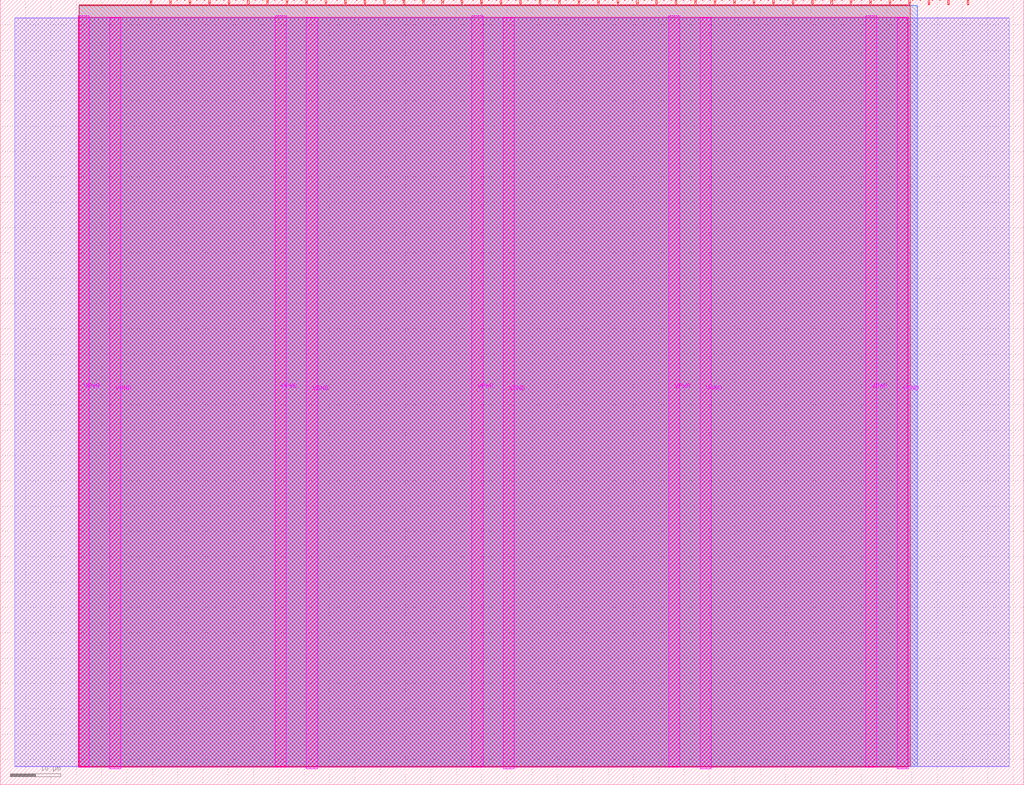
<source format=lef>
VERSION 5.7 ;
  NOWIREEXTENSIONATPIN ON ;
  DIVIDERCHAR "/" ;
  BUSBITCHARS "[]" ;
MACRO tt_um_wokwi_455291633047395329
  CLASS BLOCK ;
  FOREIGN tt_um_wokwi_455291633047395329 ;
  ORIGIN 0.000 0.000 ;
  SIZE 202.080 BY 154.980 ;
  PIN VGND
    DIRECTION INOUT ;
    USE GROUND ;
    PORT
      LAYER TopMetal1 ;
        RECT 21.580 3.150 23.780 151.420 ;
    END
    PORT
      LAYER TopMetal1 ;
        RECT 60.450 3.150 62.650 151.420 ;
    END
    PORT
      LAYER TopMetal1 ;
        RECT 99.320 3.150 101.520 151.420 ;
    END
    PORT
      LAYER TopMetal1 ;
        RECT 138.190 3.150 140.390 151.420 ;
    END
    PORT
      LAYER TopMetal1 ;
        RECT 177.060 3.150 179.260 151.420 ;
    END
  END VGND
  PIN VPWR
    DIRECTION INOUT ;
    USE POWER ;
    PORT
      LAYER TopMetal1 ;
        RECT 15.380 3.560 17.580 151.830 ;
    END
    PORT
      LAYER TopMetal1 ;
        RECT 54.250 3.560 56.450 151.830 ;
    END
    PORT
      LAYER TopMetal1 ;
        RECT 93.120 3.560 95.320 151.830 ;
    END
    PORT
      LAYER TopMetal1 ;
        RECT 131.990 3.560 134.190 151.830 ;
    END
    PORT
      LAYER TopMetal1 ;
        RECT 170.860 3.560 173.060 151.830 ;
    END
  END VPWR
  PIN clk
    DIRECTION INPUT ;
    USE SIGNAL ;
    PORT
      LAYER Metal4 ;
        RECT 187.050 153.980 187.350 154.980 ;
    END
  END clk
  PIN ena
    DIRECTION INPUT ;
    USE SIGNAL ;
    PORT
      LAYER Metal4 ;
        RECT 190.890 153.980 191.190 154.980 ;
    END
  END ena
  PIN rst_n
    DIRECTION INPUT ;
    USE SIGNAL ;
    PORT
      LAYER Metal4 ;
        RECT 183.210 153.980 183.510 154.980 ;
    END
  END rst_n
  PIN ui_in[0]
    DIRECTION INPUT ;
    USE SIGNAL ;
    ANTENNAGATEAREA 0.180700 ;
    PORT
      LAYER Metal4 ;
        RECT 179.370 153.980 179.670 154.980 ;
    END
  END ui_in[0]
  PIN ui_in[1]
    DIRECTION INPUT ;
    USE SIGNAL ;
    PORT
      LAYER Metal4 ;
        RECT 175.530 153.980 175.830 154.980 ;
    END
  END ui_in[1]
  PIN ui_in[2]
    DIRECTION INPUT ;
    USE SIGNAL ;
    PORT
      LAYER Metal4 ;
        RECT 171.690 153.980 171.990 154.980 ;
    END
  END ui_in[2]
  PIN ui_in[3]
    DIRECTION INPUT ;
    USE SIGNAL ;
    PORT
      LAYER Metal4 ;
        RECT 167.850 153.980 168.150 154.980 ;
    END
  END ui_in[3]
  PIN ui_in[4]
    DIRECTION INPUT ;
    USE SIGNAL ;
    PORT
      LAYER Metal4 ;
        RECT 164.010 153.980 164.310 154.980 ;
    END
  END ui_in[4]
  PIN ui_in[5]
    DIRECTION INPUT ;
    USE SIGNAL ;
    PORT
      LAYER Metal4 ;
        RECT 160.170 153.980 160.470 154.980 ;
    END
  END ui_in[5]
  PIN ui_in[6]
    DIRECTION INPUT ;
    USE SIGNAL ;
    PORT
      LAYER Metal4 ;
        RECT 156.330 153.980 156.630 154.980 ;
    END
  END ui_in[6]
  PIN ui_in[7]
    DIRECTION INPUT ;
    USE SIGNAL ;
    PORT
      LAYER Metal4 ;
        RECT 152.490 153.980 152.790 154.980 ;
    END
  END ui_in[7]
  PIN uio_in[0]
    DIRECTION INPUT ;
    USE SIGNAL ;
    PORT
      LAYER Metal4 ;
        RECT 148.650 153.980 148.950 154.980 ;
    END
  END uio_in[0]
  PIN uio_in[1]
    DIRECTION INPUT ;
    USE SIGNAL ;
    PORT
      LAYER Metal4 ;
        RECT 144.810 153.980 145.110 154.980 ;
    END
  END uio_in[1]
  PIN uio_in[2]
    DIRECTION INPUT ;
    USE SIGNAL ;
    PORT
      LAYER Metal4 ;
        RECT 140.970 153.980 141.270 154.980 ;
    END
  END uio_in[2]
  PIN uio_in[3]
    DIRECTION INPUT ;
    USE SIGNAL ;
    PORT
      LAYER Metal4 ;
        RECT 137.130 153.980 137.430 154.980 ;
    END
  END uio_in[3]
  PIN uio_in[4]
    DIRECTION INPUT ;
    USE SIGNAL ;
    PORT
      LAYER Metal4 ;
        RECT 133.290 153.980 133.590 154.980 ;
    END
  END uio_in[4]
  PIN uio_in[5]
    DIRECTION INPUT ;
    USE SIGNAL ;
    PORT
      LAYER Metal4 ;
        RECT 129.450 153.980 129.750 154.980 ;
    END
  END uio_in[5]
  PIN uio_in[6]
    DIRECTION INPUT ;
    USE SIGNAL ;
    PORT
      LAYER Metal4 ;
        RECT 125.610 153.980 125.910 154.980 ;
    END
  END uio_in[6]
  PIN uio_in[7]
    DIRECTION INPUT ;
    USE SIGNAL ;
    PORT
      LAYER Metal4 ;
        RECT 121.770 153.980 122.070 154.980 ;
    END
  END uio_in[7]
  PIN uio_oe[0]
    DIRECTION OUTPUT ;
    USE SIGNAL ;
    ANTENNADIFFAREA 0.299200 ;
    PORT
      LAYER Metal4 ;
        RECT 56.490 153.980 56.790 154.980 ;
    END
  END uio_oe[0]
  PIN uio_oe[1]
    DIRECTION OUTPUT ;
    USE SIGNAL ;
    ANTENNADIFFAREA 0.299200 ;
    PORT
      LAYER Metal4 ;
        RECT 52.650 153.980 52.950 154.980 ;
    END
  END uio_oe[1]
  PIN uio_oe[2]
    DIRECTION OUTPUT ;
    USE SIGNAL ;
    ANTENNADIFFAREA 0.299200 ;
    PORT
      LAYER Metal4 ;
        RECT 48.810 153.980 49.110 154.980 ;
    END
  END uio_oe[2]
  PIN uio_oe[3]
    DIRECTION OUTPUT ;
    USE SIGNAL ;
    ANTENNADIFFAREA 0.299200 ;
    PORT
      LAYER Metal4 ;
        RECT 44.970 153.980 45.270 154.980 ;
    END
  END uio_oe[3]
  PIN uio_oe[4]
    DIRECTION OUTPUT ;
    USE SIGNAL ;
    ANTENNADIFFAREA 0.299200 ;
    PORT
      LAYER Metal4 ;
        RECT 41.130 153.980 41.430 154.980 ;
    END
  END uio_oe[4]
  PIN uio_oe[5]
    DIRECTION OUTPUT ;
    USE SIGNAL ;
    ANTENNADIFFAREA 0.299200 ;
    PORT
      LAYER Metal4 ;
        RECT 37.290 153.980 37.590 154.980 ;
    END
  END uio_oe[5]
  PIN uio_oe[6]
    DIRECTION OUTPUT ;
    USE SIGNAL ;
    ANTENNADIFFAREA 0.299200 ;
    PORT
      LAYER Metal4 ;
        RECT 33.450 153.980 33.750 154.980 ;
    END
  END uio_oe[6]
  PIN uio_oe[7]
    DIRECTION OUTPUT ;
    USE SIGNAL ;
    ANTENNADIFFAREA 0.299200 ;
    PORT
      LAYER Metal4 ;
        RECT 29.610 153.980 29.910 154.980 ;
    END
  END uio_oe[7]
  PIN uio_out[0]
    DIRECTION OUTPUT ;
    USE SIGNAL ;
    ANTENNADIFFAREA 0.299200 ;
    PORT
      LAYER Metal4 ;
        RECT 87.210 153.980 87.510 154.980 ;
    END
  END uio_out[0]
  PIN uio_out[1]
    DIRECTION OUTPUT ;
    USE SIGNAL ;
    ANTENNADIFFAREA 0.299200 ;
    PORT
      LAYER Metal4 ;
        RECT 83.370 153.980 83.670 154.980 ;
    END
  END uio_out[1]
  PIN uio_out[2]
    DIRECTION OUTPUT ;
    USE SIGNAL ;
    ANTENNADIFFAREA 0.299200 ;
    PORT
      LAYER Metal4 ;
        RECT 79.530 153.980 79.830 154.980 ;
    END
  END uio_out[2]
  PIN uio_out[3]
    DIRECTION OUTPUT ;
    USE SIGNAL ;
    ANTENNADIFFAREA 0.299200 ;
    PORT
      LAYER Metal4 ;
        RECT 75.690 153.980 75.990 154.980 ;
    END
  END uio_out[3]
  PIN uio_out[4]
    DIRECTION OUTPUT ;
    USE SIGNAL ;
    ANTENNADIFFAREA 0.299200 ;
    PORT
      LAYER Metal4 ;
        RECT 71.850 153.980 72.150 154.980 ;
    END
  END uio_out[4]
  PIN uio_out[5]
    DIRECTION OUTPUT ;
    USE SIGNAL ;
    ANTENNADIFFAREA 0.299200 ;
    PORT
      LAYER Metal4 ;
        RECT 68.010 153.980 68.310 154.980 ;
    END
  END uio_out[5]
  PIN uio_out[6]
    DIRECTION OUTPUT ;
    USE SIGNAL ;
    ANTENNADIFFAREA 0.299200 ;
    PORT
      LAYER Metal4 ;
        RECT 64.170 153.980 64.470 154.980 ;
    END
  END uio_out[6]
  PIN uio_out[7]
    DIRECTION OUTPUT ;
    USE SIGNAL ;
    ANTENNADIFFAREA 0.299200 ;
    PORT
      LAYER Metal4 ;
        RECT 60.330 153.980 60.630 154.980 ;
    END
  END uio_out[7]
  PIN uo_out[0]
    DIRECTION OUTPUT ;
    USE SIGNAL ;
    ANTENNADIFFAREA 0.708600 ;
    PORT
      LAYER Metal4 ;
        RECT 117.930 153.980 118.230 154.980 ;
    END
  END uo_out[0]
  PIN uo_out[1]
    DIRECTION OUTPUT ;
    USE SIGNAL ;
    ANTENNADIFFAREA 0.708600 ;
    PORT
      LAYER Metal4 ;
        RECT 114.090 153.980 114.390 154.980 ;
    END
  END uo_out[1]
  PIN uo_out[2]
    DIRECTION OUTPUT ;
    USE SIGNAL ;
    ANTENNADIFFAREA 0.708600 ;
    PORT
      LAYER Metal4 ;
        RECT 110.250 153.980 110.550 154.980 ;
    END
  END uo_out[2]
  PIN uo_out[3]
    DIRECTION OUTPUT ;
    USE SIGNAL ;
    ANTENNADIFFAREA 0.708600 ;
    PORT
      LAYER Metal4 ;
        RECT 106.410 153.980 106.710 154.980 ;
    END
  END uo_out[3]
  PIN uo_out[4]
    DIRECTION OUTPUT ;
    USE SIGNAL ;
    ANTENNADIFFAREA 0.299200 ;
    PORT
      LAYER Metal4 ;
        RECT 102.570 153.980 102.870 154.980 ;
    END
  END uo_out[4]
  PIN uo_out[5]
    DIRECTION OUTPUT ;
    USE SIGNAL ;
    ANTENNADIFFAREA 0.299200 ;
    PORT
      LAYER Metal4 ;
        RECT 98.730 153.980 99.030 154.980 ;
    END
  END uo_out[5]
  PIN uo_out[6]
    DIRECTION OUTPUT ;
    USE SIGNAL ;
    ANTENNADIFFAREA 0.299200 ;
    PORT
      LAYER Metal4 ;
        RECT 94.890 153.980 95.190 154.980 ;
    END
  END uo_out[6]
  PIN uo_out[7]
    DIRECTION OUTPUT ;
    USE SIGNAL ;
    ANTENNADIFFAREA 0.299200 ;
    PORT
      LAYER Metal4 ;
        RECT 91.050 153.980 91.350 154.980 ;
    END
  END uo_out[7]
  OBS
      LAYER GatPoly ;
        RECT 2.880 3.630 199.200 151.350 ;
      LAYER Metal1 ;
        RECT 2.880 3.560 199.200 151.420 ;
      LAYER Metal2 ;
        RECT 15.560 3.635 181.065 153.865 ;
      LAYER Metal3 ;
        RECT 15.515 3.680 181.105 153.825 ;
      LAYER Metal4 ;
        RECT 15.560 153.770 29.400 153.980 ;
        RECT 30.120 153.770 33.240 153.980 ;
        RECT 33.960 153.770 37.080 153.980 ;
        RECT 37.800 153.770 40.920 153.980 ;
        RECT 41.640 153.770 44.760 153.980 ;
        RECT 45.480 153.770 48.600 153.980 ;
        RECT 49.320 153.770 52.440 153.980 ;
        RECT 53.160 153.770 56.280 153.980 ;
        RECT 57.000 153.770 60.120 153.980 ;
        RECT 60.840 153.770 63.960 153.980 ;
        RECT 64.680 153.770 67.800 153.980 ;
        RECT 68.520 153.770 71.640 153.980 ;
        RECT 72.360 153.770 75.480 153.980 ;
        RECT 76.200 153.770 79.320 153.980 ;
        RECT 80.040 153.770 83.160 153.980 ;
        RECT 83.880 153.770 87.000 153.980 ;
        RECT 87.720 153.770 90.840 153.980 ;
        RECT 91.560 153.770 94.680 153.980 ;
        RECT 95.400 153.770 98.520 153.980 ;
        RECT 99.240 153.770 102.360 153.980 ;
        RECT 103.080 153.770 106.200 153.980 ;
        RECT 106.920 153.770 110.040 153.980 ;
        RECT 110.760 153.770 113.880 153.980 ;
        RECT 114.600 153.770 117.720 153.980 ;
        RECT 118.440 153.770 121.560 153.980 ;
        RECT 122.280 153.770 125.400 153.980 ;
        RECT 126.120 153.770 129.240 153.980 ;
        RECT 129.960 153.770 133.080 153.980 ;
        RECT 133.800 153.770 136.920 153.980 ;
        RECT 137.640 153.770 140.760 153.980 ;
        RECT 141.480 153.770 144.600 153.980 ;
        RECT 145.320 153.770 148.440 153.980 ;
        RECT 149.160 153.770 152.280 153.980 ;
        RECT 153.000 153.770 156.120 153.980 ;
        RECT 156.840 153.770 159.960 153.980 ;
        RECT 160.680 153.770 163.800 153.980 ;
        RECT 164.520 153.770 167.640 153.980 ;
        RECT 168.360 153.770 171.480 153.980 ;
        RECT 172.200 153.770 175.320 153.980 ;
        RECT 176.040 153.770 179.160 153.980 ;
        RECT 15.560 3.635 179.620 153.770 ;
      LAYER Metal5 ;
        RECT 15.515 3.470 179.125 151.510 ;
  END
END tt_um_wokwi_455291633047395329
END LIBRARY


</source>
